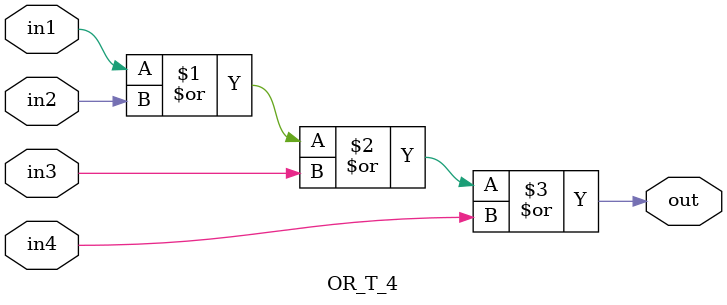
<source format=v>
`timescale 1ns / 1ps
`define	D		0	// definition of the delay

// Delayed OR gate

module OR_T_4(out, in1, in2, in3, in4);

input in1, in2, in3, in4;
output out;

or		#`D		or1 (out, in1, in2, in3, in4);


endmodule

</source>
